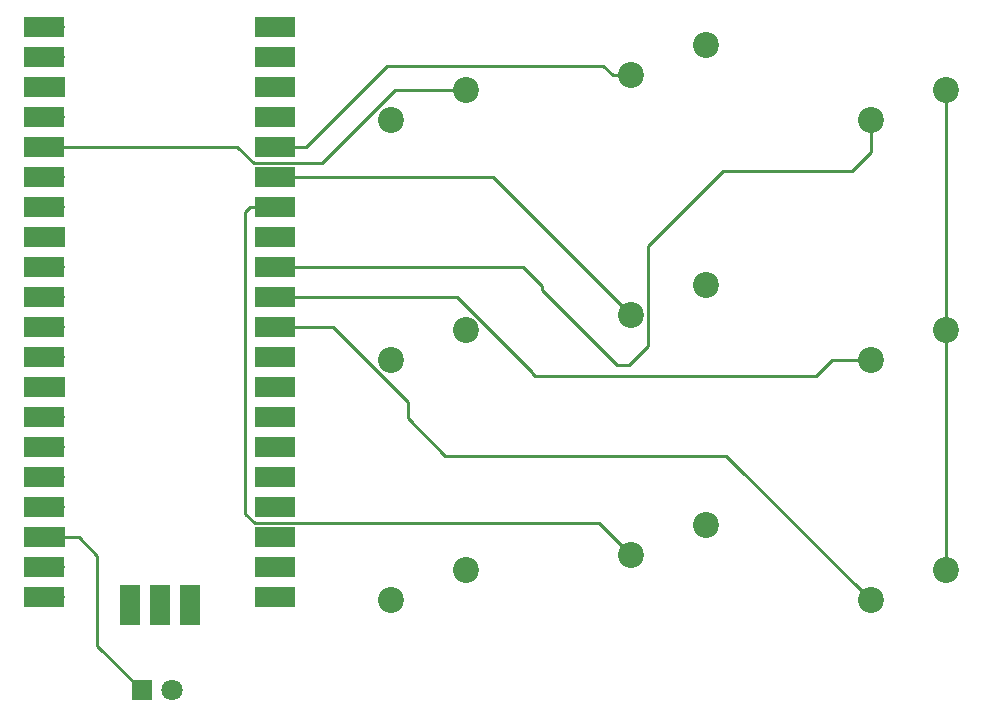
<source format=gbr>
%TF.GenerationSoftware,KiCad,Pcbnew,(5.1.12)-1*%
%TF.CreationDate,2021-12-08T14:13:04+05:30*%
%TF.ProjectId,macropad,6d616372-6f70-4616-942e-6b696361645f,rev?*%
%TF.SameCoordinates,Original*%
%TF.FileFunction,Copper,L2,Bot*%
%TF.FilePolarity,Positive*%
%FSLAX46Y46*%
G04 Gerber Fmt 4.6, Leading zero omitted, Abs format (unit mm)*
G04 Created by KiCad (PCBNEW (5.1.12)-1) date 2021-12-08 14:13:04*
%MOMM*%
%LPD*%
G01*
G04 APERTURE LIST*
%TA.AperFunction,ComponentPad*%
%ADD10R,1.800000X1.800000*%
%TD*%
%TA.AperFunction,ComponentPad*%
%ADD11C,1.800000*%
%TD*%
%TA.AperFunction,ComponentPad*%
%ADD12C,2.200000*%
%TD*%
%TA.AperFunction,ComponentPad*%
%ADD13O,1.700000X1.700000*%
%TD*%
%TA.AperFunction,ComponentPad*%
%ADD14R,1.700000X1.700000*%
%TD*%
%TA.AperFunction,SMDPad,CuDef*%
%ADD15R,3.500000X1.700000*%
%TD*%
%TA.AperFunction,SMDPad,CuDef*%
%ADD16R,1.700000X3.500000*%
%TD*%
%TA.AperFunction,Conductor*%
%ADD17C,0.250000*%
%TD*%
G04 APERTURE END LIST*
D10*
%TO.P,D1,1*%
%TO.N,Net-(D1-Pad1)*%
X81788000Y-111760000D03*
D11*
%TO.P,D1,2*%
%TO.N,Net-(D1-Pad2)*%
X84328000Y-111760000D03*
%TD*%
D12*
%TO.P,SW1,1*%
%TO.N,Net-(SW1-Pad1)*%
X109220000Y-60960000D03*
%TO.P,SW1,2*%
%TO.N,Net-(SW1-Pad2)*%
X102870000Y-63500000D03*
%TD*%
%TO.P,SW2,2*%
%TO.N,Net-(SW2-Pad2)*%
X123190000Y-59690000D03*
%TO.P,SW2,1*%
%TO.N,Net-(SW1-Pad1)*%
X129540000Y-57150000D03*
%TD*%
%TO.P,SW3,1*%
%TO.N,Net-(SW1-Pad1)*%
X149860000Y-60960000D03*
%TO.P,SW3,2*%
%TO.N,Net-(SW3-Pad2)*%
X143510000Y-63500000D03*
%TD*%
%TO.P,SW4,2*%
%TO.N,Net-(SW4-Pad2)*%
X102870000Y-83820000D03*
%TO.P,SW4,1*%
%TO.N,Net-(SW1-Pad1)*%
X109220000Y-81280000D03*
%TD*%
%TO.P,SW5,1*%
%TO.N,Net-(SW1-Pad1)*%
X129540000Y-77470000D03*
%TO.P,SW5,2*%
%TO.N,Net-(SW5-Pad2)*%
X123190000Y-80010000D03*
%TD*%
%TO.P,SW6,2*%
%TO.N,Net-(SW6-Pad2)*%
X143510000Y-83820000D03*
%TO.P,SW6,1*%
%TO.N,Net-(SW1-Pad1)*%
X149860000Y-81280000D03*
%TD*%
%TO.P,SW7,1*%
%TO.N,Net-(SW1-Pad1)*%
X109220000Y-101600000D03*
%TO.P,SW7,2*%
%TO.N,Net-(SW7-Pad2)*%
X102870000Y-104140000D03*
%TD*%
%TO.P,SW8,2*%
%TO.N,Net-(SW8-Pad2)*%
X123190000Y-100330000D03*
%TO.P,SW8,1*%
%TO.N,Net-(SW1-Pad1)*%
X129540000Y-97790000D03*
%TD*%
%TO.P,SW9,1*%
%TO.N,Net-(SW1-Pad1)*%
X149860000Y-101600000D03*
%TO.P,SW9,2*%
%TO.N,Net-(SW9-Pad2)*%
X143510000Y-104140000D03*
%TD*%
D13*
%TO.P,U1,1*%
%TO.N,Net-(SW1-Pad2)*%
X92202000Y-55626000D03*
%TO.P,U1,2*%
%TO.N,Net-(SW4-Pad2)*%
X92202000Y-58166000D03*
D14*
%TO.P,U1,3*%
%TO.N,Net-(U1-Pad3)*%
X92202000Y-60706000D03*
D13*
%TO.P,U1,4*%
%TO.N,Net-(SW7-Pad2)*%
X92202000Y-63246000D03*
%TO.P,U1,5*%
%TO.N,Net-(SW2-Pad2)*%
X92202000Y-65786000D03*
%TO.P,U1,6*%
%TO.N,Net-(SW5-Pad2)*%
X92202000Y-68326000D03*
%TO.P,U1,7*%
%TO.N,Net-(SW8-Pad2)*%
X92202000Y-70866000D03*
D14*
%TO.P,U1,8*%
%TO.N,Net-(U1-Pad8)*%
X92202000Y-73406000D03*
D13*
%TO.P,U1,9*%
%TO.N,Net-(SW3-Pad2)*%
X92202000Y-75946000D03*
%TO.P,U1,10*%
%TO.N,Net-(SW6-Pad2)*%
X92202000Y-78486000D03*
%TO.P,U1,11*%
%TO.N,Net-(SW9-Pad2)*%
X92202000Y-81026000D03*
%TO.P,U1,12*%
%TO.N,Net-(U1-Pad12)*%
X92202000Y-83566000D03*
D14*
%TO.P,U1,13*%
%TO.N,Net-(U1-Pad13)*%
X92202000Y-86106000D03*
D13*
%TO.P,U1,14*%
%TO.N,Net-(U1-Pad14)*%
X92202000Y-88646000D03*
%TO.P,U1,15*%
%TO.N,Net-(U1-Pad15)*%
X92202000Y-91186000D03*
%TO.P,U1,16*%
%TO.N,Net-(U1-Pad16)*%
X92202000Y-93726000D03*
%TO.P,U1,17*%
%TO.N,Net-(U1-Pad17)*%
X92202000Y-96266000D03*
D14*
%TO.P,U1,18*%
%TO.N,Net-(U1-Pad18)*%
X92202000Y-98806000D03*
D13*
%TO.P,U1,19*%
%TO.N,Net-(U1-Pad19)*%
X92202000Y-101346000D03*
%TO.P,U1,20*%
%TO.N,Net-(U1-Pad20)*%
X92202000Y-103886000D03*
%TO.P,U1,21*%
%TO.N,Net-(D1-Pad2)*%
X74422000Y-103886000D03*
%TO.P,U1,22*%
%TO.N,Net-(U1-Pad22)*%
X74422000Y-101346000D03*
D14*
%TO.P,U1,23*%
%TO.N,Net-(D1-Pad1)*%
X74422000Y-98806000D03*
D13*
%TO.P,U1,24*%
%TO.N,Net-(U1-Pad24)*%
X74422000Y-96266000D03*
%TO.P,U1,25*%
%TO.N,Net-(U1-Pad25)*%
X74422000Y-93726000D03*
%TO.P,U1,26*%
%TO.N,Net-(U1-Pad26)*%
X74422000Y-91186000D03*
%TO.P,U1,27*%
%TO.N,Net-(U1-Pad27)*%
X74422000Y-88646000D03*
D14*
%TO.P,U1,28*%
%TO.N,Net-(U1-Pad28)*%
X74422000Y-86106000D03*
D13*
%TO.P,U1,29*%
%TO.N,Net-(U1-Pad29)*%
X74422000Y-83566000D03*
%TO.P,U1,30*%
%TO.N,Net-(U1-Pad30)*%
X74422000Y-81026000D03*
%TO.P,U1,31*%
%TO.N,Net-(U1-Pad31)*%
X74422000Y-78486000D03*
%TO.P,U1,32*%
%TO.N,Net-(U1-Pad32)*%
X74422000Y-75946000D03*
D14*
%TO.P,U1,33*%
%TO.N,Net-(U1-Pad33)*%
X74422000Y-73406000D03*
D13*
%TO.P,U1,34*%
%TO.N,Net-(U1-Pad34)*%
X74422000Y-70866000D03*
%TO.P,U1,35*%
%TO.N,Net-(U1-Pad35)*%
X74422000Y-68326000D03*
%TO.P,U1,36*%
%TO.N,Net-(SW1-Pad1)*%
X74422000Y-65786000D03*
%TO.P,U1,37*%
%TO.N,Net-(U1-Pad37)*%
X74422000Y-63246000D03*
D14*
%TO.P,U1,38*%
%TO.N,Net-(U1-Pad38)*%
X74422000Y-60706000D03*
D13*
%TO.P,U1,39*%
%TO.N,Net-(U1-Pad39)*%
X74422000Y-58166000D03*
%TO.P,U1,40*%
%TO.N,Net-(U1-Pad40)*%
X74422000Y-55626000D03*
D15*
%TO.P,U1,1*%
%TO.N,Net-(SW1-Pad2)*%
X93102000Y-55626000D03*
%TO.P,U1,2*%
%TO.N,Net-(SW4-Pad2)*%
X93102000Y-58166000D03*
%TO.P,U1,3*%
%TO.N,Net-(U1-Pad3)*%
X93102000Y-60706000D03*
%TO.P,U1,4*%
%TO.N,Net-(SW7-Pad2)*%
X93102000Y-63246000D03*
%TO.P,U1,5*%
%TO.N,Net-(SW2-Pad2)*%
X93102000Y-65786000D03*
%TO.P,U1,6*%
%TO.N,Net-(SW5-Pad2)*%
X93102000Y-68326000D03*
%TO.P,U1,7*%
%TO.N,Net-(SW8-Pad2)*%
X93102000Y-70866000D03*
%TO.P,U1,8*%
%TO.N,Net-(U1-Pad8)*%
X93102000Y-73406000D03*
%TO.P,U1,9*%
%TO.N,Net-(SW3-Pad2)*%
X93102000Y-75946000D03*
%TO.P,U1,10*%
%TO.N,Net-(SW6-Pad2)*%
X93102000Y-78486000D03*
%TO.P,U1,11*%
%TO.N,Net-(SW9-Pad2)*%
X93102000Y-81026000D03*
%TO.P,U1,12*%
%TO.N,Net-(U1-Pad12)*%
X93102000Y-83566000D03*
%TO.P,U1,13*%
%TO.N,Net-(U1-Pad13)*%
X93102000Y-86106000D03*
%TO.P,U1,14*%
%TO.N,Net-(U1-Pad14)*%
X93102000Y-88646000D03*
%TO.P,U1,15*%
%TO.N,Net-(U1-Pad15)*%
X93102000Y-91186000D03*
%TO.P,U1,16*%
%TO.N,Net-(U1-Pad16)*%
X93102000Y-93726000D03*
%TO.P,U1,17*%
%TO.N,Net-(U1-Pad17)*%
X93102000Y-96266000D03*
%TO.P,U1,18*%
%TO.N,Net-(U1-Pad18)*%
X93102000Y-98806000D03*
%TO.P,U1,19*%
%TO.N,Net-(U1-Pad19)*%
X93102000Y-101346000D03*
%TO.P,U1,20*%
%TO.N,Net-(U1-Pad20)*%
X93102000Y-103886000D03*
%TO.P,U1,40*%
%TO.N,Net-(U1-Pad40)*%
X73522000Y-55626000D03*
%TO.P,U1,39*%
%TO.N,Net-(U1-Pad39)*%
X73522000Y-58166000D03*
%TO.P,U1,38*%
%TO.N,Net-(U1-Pad38)*%
X73522000Y-60706000D03*
%TO.P,U1,37*%
%TO.N,Net-(U1-Pad37)*%
X73522000Y-63246000D03*
%TO.P,U1,36*%
%TO.N,Net-(SW1-Pad1)*%
X73522000Y-65786000D03*
%TO.P,U1,35*%
%TO.N,Net-(U1-Pad35)*%
X73522000Y-68326000D03*
%TO.P,U1,34*%
%TO.N,Net-(U1-Pad34)*%
X73522000Y-70866000D03*
%TO.P,U1,33*%
%TO.N,Net-(U1-Pad33)*%
X73522000Y-73406000D03*
%TO.P,U1,32*%
%TO.N,Net-(U1-Pad32)*%
X73522000Y-75946000D03*
%TO.P,U1,31*%
%TO.N,Net-(U1-Pad31)*%
X73522000Y-78486000D03*
%TO.P,U1,30*%
%TO.N,Net-(U1-Pad30)*%
X73522000Y-81026000D03*
%TO.P,U1,29*%
%TO.N,Net-(U1-Pad29)*%
X73522000Y-83566000D03*
%TO.P,U1,28*%
%TO.N,Net-(U1-Pad28)*%
X73522000Y-86106000D03*
%TO.P,U1,27*%
%TO.N,Net-(U1-Pad27)*%
X73522000Y-88646000D03*
%TO.P,U1,26*%
%TO.N,Net-(U1-Pad26)*%
X73522000Y-91186000D03*
%TO.P,U1,25*%
%TO.N,Net-(U1-Pad25)*%
X73522000Y-93726000D03*
%TO.P,U1,24*%
%TO.N,Net-(U1-Pad24)*%
X73522000Y-96266000D03*
%TO.P,U1,23*%
%TO.N,Net-(D1-Pad1)*%
X73522000Y-98806000D03*
%TO.P,U1,22*%
%TO.N,Net-(U1-Pad22)*%
X73522000Y-101346000D03*
%TO.P,U1,21*%
%TO.N,Net-(D1-Pad2)*%
X73522000Y-103886000D03*
D16*
%TO.P,U1,41*%
%TO.N,Net-(U1-Pad41)*%
X85852000Y-104556000D03*
D13*
X85852000Y-103656000D03*
D16*
%TO.P,U1,42*%
%TO.N,Net-(U1-Pad42)*%
X83312000Y-104556000D03*
D14*
X83312000Y-103656000D03*
D16*
%TO.P,U1,43*%
%TO.N,Net-(U1-Pad43)*%
X80772000Y-104556000D03*
D13*
X80772000Y-103656000D03*
%TD*%
D17*
%TO.N,Net-(D1-Pad1)*%
X74422000Y-98806000D02*
X76447700Y-98806000D01*
X76447700Y-98806000D02*
X78035200Y-100393500D01*
X78035200Y-100393500D02*
X78035200Y-108007200D01*
X78035200Y-108007200D02*
X81788000Y-111760000D01*
%TO.N,Net-(SW1-Pad1)*%
X149860000Y-81280000D02*
X149860000Y-101600000D01*
X149860000Y-81280000D02*
X149860000Y-60960000D01*
X109220000Y-60960000D02*
X103249500Y-60960000D01*
X103249500Y-60960000D02*
X97058600Y-67150900D01*
X97058600Y-67150900D02*
X91259300Y-67150900D01*
X91259300Y-67150900D02*
X89894400Y-65786000D01*
X89894400Y-65786000D02*
X74422000Y-65786000D01*
%TO.N,Net-(SW2-Pad2)*%
X92202000Y-65786000D02*
X95682500Y-65786000D01*
X95682500Y-65786000D02*
X102568600Y-58899900D01*
X102568600Y-58899900D02*
X120859900Y-58899900D01*
X120859900Y-58899900D02*
X121650000Y-59690000D01*
X121650000Y-59690000D02*
X123190000Y-59690000D01*
%TO.N,Net-(SW3-Pad2)*%
X92202000Y-75946000D02*
X114114100Y-75946000D01*
X114114100Y-75946000D02*
X115701600Y-77533500D01*
X115701600Y-77533500D02*
X115701600Y-77880000D01*
X115701600Y-77880000D02*
X122051600Y-84230000D01*
X122051600Y-84230000D02*
X123027600Y-84230000D01*
X123027600Y-84230000D02*
X124615100Y-82642500D01*
X124615100Y-82642500D02*
X124615100Y-74140100D01*
X124615100Y-74140100D02*
X130965100Y-67790100D01*
X130965100Y-67790100D02*
X141922500Y-67790100D01*
X141922500Y-67790100D02*
X143510000Y-66202600D01*
X143510000Y-66202600D02*
X143510000Y-63500000D01*
%TO.N,Net-(SW5-Pad2)*%
X92202000Y-68326000D02*
X111506000Y-68326000D01*
X111506000Y-68326000D02*
X123190000Y-80010000D01*
%TO.N,Net-(SW6-Pad2)*%
X92202000Y-78486000D02*
X108451400Y-78486000D01*
X108451400Y-78486000D02*
X114801400Y-84836000D01*
X114801400Y-84836000D02*
X114801400Y-84934900D01*
X114801400Y-84934900D02*
X115051400Y-85184900D01*
X115051400Y-85184900D02*
X138905600Y-85184900D01*
X138905600Y-85184900D02*
X140270500Y-83820000D01*
X140270500Y-83820000D02*
X143510000Y-83820000D01*
%TO.N,Net-(SW8-Pad2)*%
X92202000Y-70866000D02*
X90973700Y-70866000D01*
X90973700Y-70866000D02*
X90576800Y-71262900D01*
X90576800Y-71262900D02*
X90576800Y-96837200D01*
X90576800Y-96837200D02*
X91370600Y-97630900D01*
X91370600Y-97630900D02*
X120490900Y-97630900D01*
X120490900Y-97630900D02*
X123190000Y-100330000D01*
%TO.N,Net-(SW9-Pad2)*%
X92202000Y-81026000D02*
X97945100Y-81026000D01*
X97945100Y-81026000D02*
X104295100Y-87376000D01*
X104295100Y-87376000D02*
X104295100Y-88713400D01*
X104295100Y-88713400D02*
X107470100Y-91888400D01*
X107470100Y-91888400D02*
X131258400Y-91888400D01*
X131258400Y-91888400D02*
X143510000Y-104140000D01*
%TD*%
M02*

</source>
